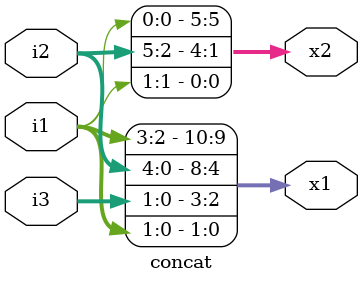
<source format=v>
module concat(
  input [5:0] i1,
  input [5:0] i2,
  input [5:0] i3,
  output [10:0] x1,
  output [5:0] x2
);
  assign x1 = {i1[2:3], i2[0:4], i3[0:1], i1[0:1]};
  assign {x2[0], x2[5], x2[1:4]} = {i1[0:2], i2[2:5]}; 
endmodule
//
// module m2(
//   input signed i1,
//   input signed [1:0] i2,i3,
//   output signed x);
//   assign x=|i1 & ^i3;
// endmodule

// module m3( x,y,z,y2);
//   input x,z;
//   output y;
//   output signed y2; 
//   wire [1:0] asd;
//   m1 inst1(.i1(x), .i2(asd), .i3({z,x}) , .x(y));
//   // m2 inst2(.i1(x), .i2({2'b10}), .i3({z,x}) , .x(y2));
// endmodule   



</source>
